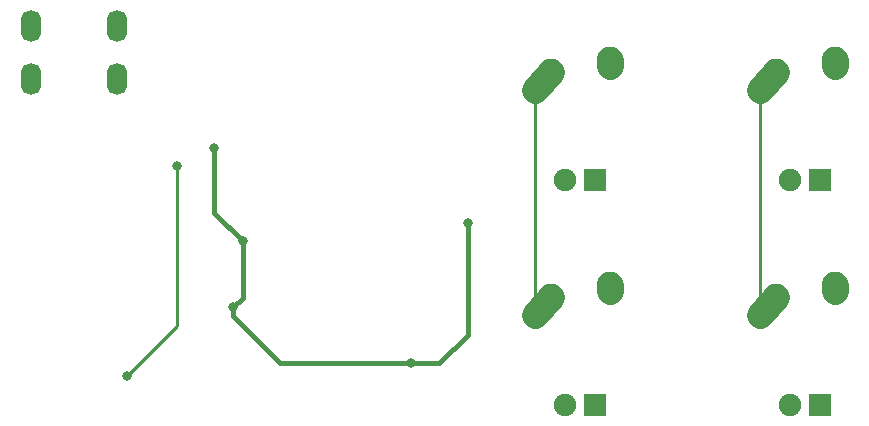
<source format=gtl>
G04 #@! TF.GenerationSoftware,KiCad,Pcbnew,(5.1.4)-1*
G04 #@! TF.CreationDate,2021-04-18T17:33:52-07:00*
G04 #@! TF.ProjectId,ai03-pcb-guide,61693033-2d70-4636-922d-67756964652e,rev?*
G04 #@! TF.SameCoordinates,Original*
G04 #@! TF.FileFunction,Copper,L1,Top*
G04 #@! TF.FilePolarity,Positive*
%FSLAX46Y46*%
G04 Gerber Fmt 4.6, Leading zero omitted, Abs format (unit mm)*
G04 Created by KiCad (PCBNEW (5.1.4)-1) date 2021-04-18 17:33:52*
%MOMM*%
%LPD*%
G04 APERTURE LIST*
%ADD10O,1.700000X2.700000*%
%ADD11R,1.905000X1.905000*%
%ADD12C,1.905000*%
%ADD13C,2.250000*%
%ADD14C,2.250000*%
%ADD15C,0.800000*%
%ADD16C,0.381000*%
%ADD17C,0.254000*%
G04 APERTURE END LIST*
D10*
X104300000Y-119856250D03*
X111600000Y-119856250D03*
X111600000Y-124356250D03*
X104300000Y-124356250D03*
D11*
X171132500Y-151923750D03*
D12*
X168592500Y-151923750D03*
D13*
X167362500Y-142843750D03*
X166707501Y-143573750D03*
D14*
X166052500Y-144303750D02*
X167362502Y-142843750D01*
D13*
X172402500Y-141763750D03*
X172382500Y-142053750D03*
D14*
X172362500Y-142343750D02*
X172402500Y-141763750D01*
D11*
X171132500Y-132873750D03*
D12*
X168592500Y-132873750D03*
D13*
X167362500Y-123793750D03*
X166707501Y-124523750D03*
D14*
X166052500Y-125253750D02*
X167362502Y-123793750D01*
D13*
X172402500Y-122713750D03*
X172382500Y-123003750D03*
D14*
X172362500Y-123293750D02*
X172402500Y-122713750D01*
D11*
X152082500Y-151923750D03*
D12*
X149542500Y-151923750D03*
D13*
X148312500Y-142843750D03*
X147657501Y-143573750D03*
D14*
X147002500Y-144303750D02*
X148312502Y-142843750D01*
D13*
X153352500Y-141763750D03*
X153332500Y-142053750D03*
D14*
X153312500Y-142343750D02*
X153352500Y-141763750D01*
D11*
X152082500Y-132873750D03*
D12*
X149542500Y-132873750D03*
D13*
X148312500Y-123793750D03*
X147657501Y-124523750D03*
D14*
X147002500Y-125253750D02*
X148312502Y-123793750D01*
D13*
X153352500Y-122713750D03*
X153332500Y-123003750D03*
D14*
X153312500Y-123293750D02*
X153352500Y-122713750D01*
D15*
X121443750Y-143668750D03*
X141287500Y-136525000D03*
X136525000Y-148431250D03*
X119840375Y-130190875D03*
X122237500Y-138112500D03*
X112443750Y-149493750D03*
X116681250Y-131762500D03*
D16*
X122237500Y-138112500D02*
X122237500Y-142875000D01*
X122237500Y-142875000D02*
X121443750Y-143668750D01*
X121443750Y-143668750D02*
X121443750Y-144462500D01*
X121443750Y-144462500D02*
X125412500Y-148431250D01*
X141287500Y-136525000D02*
X141287500Y-146050000D01*
X141287500Y-146050000D02*
X138906250Y-148431250D01*
X138906250Y-148431250D02*
X136525000Y-148431250D01*
X125412500Y-148431250D02*
X136525000Y-148431250D01*
X119840375Y-135715375D02*
X122237500Y-138112500D01*
X119840375Y-130190875D02*
X119840375Y-135715375D01*
D17*
X147002500Y-141533750D02*
X147002500Y-144303750D01*
X147002500Y-125253750D02*
X147002500Y-141533750D01*
X166052500Y-141533750D02*
X166052500Y-144303750D01*
X166052500Y-125253750D02*
X166052500Y-141533750D01*
X116681250Y-131762500D02*
X116681250Y-145256250D01*
X116681250Y-145256250D02*
X112443750Y-149493750D01*
M02*

</source>
